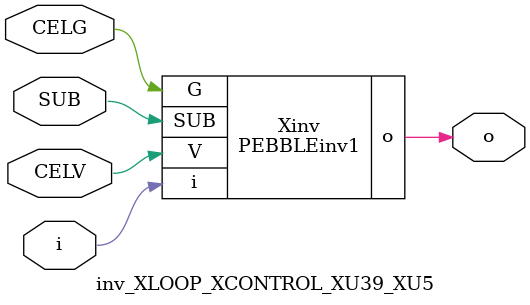
<source format=v>



module PEBBLEinv1 ( o, G, SUB, V, i );

  input V;
  input i;
  input G;
  output o;
  input SUB;
endmodule

//Celera Confidential Do Not Copy inv_XLOOP_XCONTROL_XU39_XU5
//Celera Confidential Symbol Generator
//5V Inverter
module inv_XLOOP_XCONTROL_XU39_XU5 (CELV,CELG,i,o,SUB);
input CELV;
input CELG;
input i;
input SUB;
output o;

//Celera Confidential Do Not Copy inv
PEBBLEinv1 Xinv(
.V (CELV),
.i (i),
.o (o),
.SUB (SUB),
.G (CELG)
);
//,diesize,PEBBLEinv1

//Celera Confidential Do Not Copy Module End
//Celera Schematic Generator
endmodule

</source>
